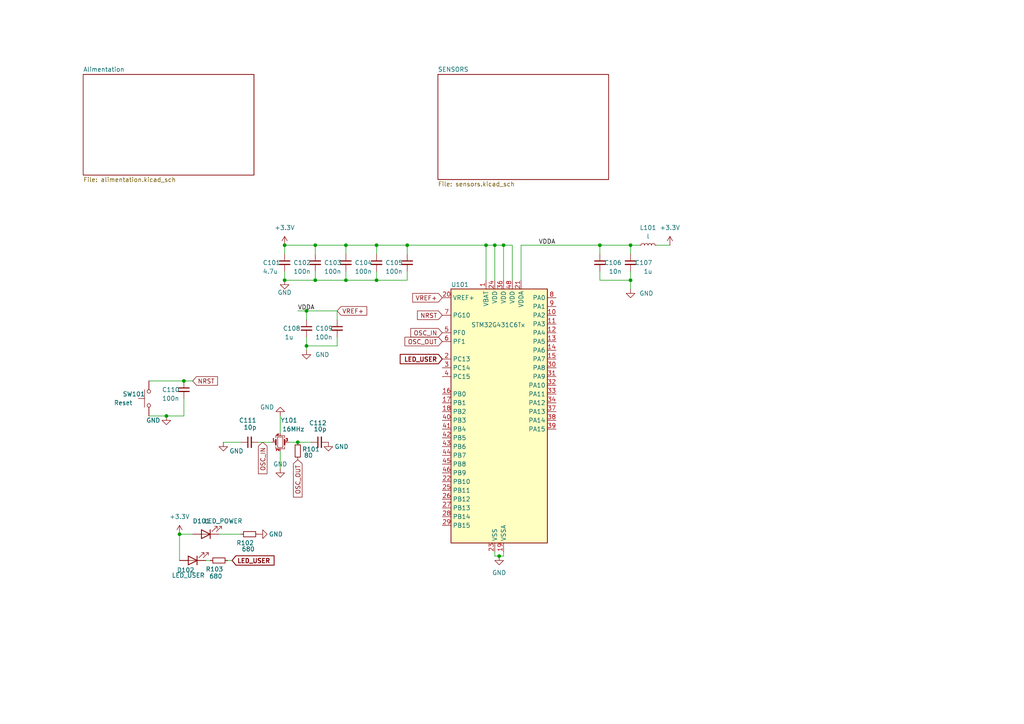
<source format=kicad_sch>
(kicad_sch (version 20231120) (generator "eeschema") (generator_version "8.0")
  (paper "A4")
  (title_block (title "ESE_BAHL") (date "2024-09-17") (rev "v1.09.24") (company "ENSEA"))
  (lib_symbols
    (symbol "Device:C_Small" (pin_numbers hide) (pin_names (offset 0.254) hide)
      (property "Reference" "C" (at 0.254 1.778 0))
      (property "Value" "C_Small" (at 0.254 -2.032 0))
      (symbol "C_Small_0_1"
        (polyline (pts (xy -1.524 -0.508) (xy 1.524 -0.508)) (stroke (width 0.3302)))
        (polyline (pts (xy -1.524 0.508) (xy 1.524 0.508)) (stroke (width 0.3048)))
      )
      (symbol "C_Small_1_1"
        (pin passive line (at 0 2.54 270) (length 2.032) (name "~") (number "1"))
        (pin passive line (at 0 -2.54 90) (length 2.032) (name "~") (number "2"))
      )
    )
    (symbol "Device:Crystal_GND24_Small" (pin_names (offset 1.016) hide)
      (property "Reference" "Y" (at 1.27 4.445 0))
      (property "Value" "Crystal_GND24_Small" (at 1.27 2.54 0))
      (symbol "Crystal_GND24_Small_0_1"
        (rectangle (start -0.762 -1.524) (end 0.762 1.524))
        (polyline (pts (xy -1.27 -0.762) (xy -1.27 0.762)) (stroke (width 0.381)))
        (polyline (pts (xy 1.27 -0.762) (xy 1.27 0.762)) (stroke (width 0.381)))
        (polyline (pts (xy -1.27 -1.27) (xy -1.27 -1.905) (xy 1.27 -1.905) (xy 1.27 -1.27)))
        (polyline (pts (xy -1.27 1.27) (xy -1.27 1.905) (xy 1.27 1.905) (xy 1.27 1.27)))
      )
      (symbol "Crystal_GND24_Small_1_1"
        (pin passive line (at -2.54 0 0) (length 1.27) (name "1") (number "1"))
        (pin passive line (at 0 -2.54 90) (length 0.635) (name "2") (number "2"))
        (pin passive line (at 2.54 0 180) (length 1.27) (name "3") (number "3"))
        (pin passive line (at 0 2.54 270) (length 0.635) (name "4") (number "4"))
      )
    )
    (symbol "Device:LED" (pin_numbers hide) (pin_names (offset 1.016) hide)
      (property "Reference" "D" (at 0 2.54 0))
      (property "Value" "LED" (at 0 -2.54 0))
      (symbol "LED_0_1"
        (polyline (pts (xy -1.27 -1.27) (xy -1.27 1.27)) (stroke (width 0.254)))
        (polyline (pts (xy -1.27 0) (xy 1.27 0)))
        (polyline (pts (xy 1.27 -1.27) (xy 1.27 1.27) (xy -1.27 0) (xy 1.27 -1.27)) (stroke (width 0.254)))
        (polyline (pts (xy -3.048 -0.762) (xy -4.572 -2.286) (xy -3.81 -2.286) (xy -4.572 -2.286) (xy -4.572 -1.524)))
        (polyline (pts (xy -1.778 -0.762) (xy -3.302 -2.286) (xy -2.54 -2.286) (xy -3.302 -2.286) (xy -3.302 -1.524)))
      )
      (symbol "LED_1_1"
        (pin passive line (at -3.81 0 0) (length 2.54) (name "K") (number "1"))
        (pin passive line (at 3.81 0 180) (length 2.54) (name "A") (number "2"))
      )
    )
    (symbol "Device:L_Small" (pin_numbers hide) (pin_names (offset 0.254) hide)
      (property "Reference" "L" (at 0.762 1.016 0))
      (property "Value" "L_Small" (at 0.762 -1.016 0))
      (symbol "L_Small_0_1"
        (arc (start 0 -2.032) (mid 0.5058 -1.524) (end 0 -1.016))
        (arc (start 0 -1.016) (mid 0.5058 -0.508) (end 0 0))
        (arc (start 0 0) (mid 0.5058 0.508) (end 0 1.016))
        (arc (start 0 1.016) (mid 0.5058 1.524) (end 0 2.032))
      )
      (symbol "L_Small_1_1"
        (pin passive line (at 0 2.54 270) (length 0.508) (name "~") (number "1"))
        (pin passive line (at 0 -2.54 90) (length 0.508) (name "~") (number "2"))
      )
    )
    (symbol "Device:R_Small" (pin_numbers hide) (pin_names (offset 0.254) hide)
      (property "Reference" "R" (at 0.762 0.508 0))
      (property "Value" "R_Small" (at 0.762 -1.016 0))
      (symbol "R_Small_0_1"
        (rectangle (start -0.762 1.778) (end 0.762 -1.778) (stroke (width 0.2032)))
      )
      (symbol "R_Small_1_1"
        (pin passive line (at 0 2.54 270) (length 0.762) (name "~") (number "1"))
        (pin passive line (at 0 -2.54 90) (length 0.762) (name "~") (number "2"))
      )
    )
    (symbol "MCU_ST_STM32G4:STM32G431C6Tx"
      (property "Reference" "U" (at -12.7 39.37 0))
      (property "Value" "STM32G431C6Tx" (at 10.16 39.37 0))
      (symbol "STM32G431C6Tx_0_1"
        (rectangle (start -12.7 -35.56) (end 15.24 38.1) (stroke (width 0.254)) (fill (type background)))
      )
      (symbol "STM32G431C6Tx_1_1"
        (pin power_in line (at -2.54 40.64 270) (length 2.54) (name "VBAT") (number "1"))
        (pin bidirectional line (at 17.78 30.48 180) (length 2.54) (name "PA2") (number "10"))
        (pin bidirectional line (at 17.78 27.94 180) (length 2.54) (name "PA3") (number "11"))
        (pin bidirectional line (at 17.78 25.4 180) (length 2.54) (name "PA4") (number "12"))
        (pin bidirectional line (at 17.78 22.86 180) (length 2.54) (name "PA5") (number "13"))
        (pin bidirectional line (at 17.78 20.32 180) (length 2.54) (name "PA6") (number "14"))
        (pin bidirectional line (at 17.78 17.78 180) (length 2.54) (name "PA7") (number "15"))
        (pin bidirectional line (at -15.24 7.62 0) (length 2.54) (name "PB0") (number "16"))
        (pin bidirectional line (at -15.24 5.08 0) (length 2.54) (name "PB1") (number "17"))
        (pin bidirectional line (at -15.24 2.54 0) (length 2.54) (name "PB2") (number "18"))
        (pin power_in line (at 2.54 -38.1 90) (length 2.54) (name "VSSA") (number "19"))
        (pin bidirectional line (at -15.24 17.78 0) (length 2.54) (name "PC13") (number "2"))
        (pin input line (at -15.24 35.56 0) (length 2.54) (name "VREF+") (number "20"))
        (pin power_in line (at 7.62 40.64 270) (length 2.54) (name "VDDA") (number "21"))
        (pin bidirectional line (at -15.24 -17.78 0) (length 2.54) (name "PB10") (number "22"))
        (pin power_in line (at 0 -38.1 90) (length 2.54) (name "VSS") (number "23"))
        (pin power_in line (at 0 40.64 270) (length 2.54) (name "VDD") (number "24"))
        (pin bidirectional line (at -15.24 -20.32 0) (length 2.54) (name "PB11") (number "25"))
        (pin bidirectional line (at -15.24 -22.86 0) (length 2.54) (name "PB12") (number "26"))
        (pin bidirectional line (at -15.24 -25.4 0) (length 2.54) (name "PB13") (number "27"))
        (pin bidirectional line (at -15.24 -27.94 0) (length 2.54) (name "PB14") (number "28"))
        (pin bidirectional line (at -15.24 -30.48 0) (length 2.54) (name "PB15") (number "29"))
        (pin bidirectional line (at -15.24 15.24 0) (length 2.54) (name "PC14") (number "3"))
        (pin bidirectional line (at 17.78 15.24 180) (length 2.54) (name "PA8") (number "30"))
        (pin bidirectional line (at 17.78 12.7 180) (length 2.54) (name "PA9") (number "31"))
        (pin bidirectional line (at 17.78 10.16 180) (length 2.54) (name "PA10") (number "32"))
        (pin bidirectional line (at 17.78 7.62 180) (length 2.54) (name "PA11") (number "33"))
        (pin bidirectional line (at 17.78 5.08 180) (length 2.54) (name "PA12") (number "34"))
        (pin passive line (at 0 -38.1 90) (length 2.54) hide (name "VSS") (number "35"))
        (pin power_in line (at 2.54 40.64 270) (length 2.54) (name "VDD") (number "36"))
        (pin bidirectional line (at 17.78 2.54 180) (length 2.54) (name "PA13") (number "37"))
        (pin bidirectional line (at 17.78 0 180) (length 2.54) (name "PA14") (number "38"))
        (pin bidirectional line (at 17.78 -2.54 180) (length 2.54) (name "PA15") (number "39"))
        (pin bidirectional line (at -15.24 12.7 0) (length 2.54) (name "PC15") (number "4"))
        (pin bidirectional line (at -15.24 0 0) (length 2.54) (name "PB3") (number "40"))
        (pin bidirectional line (at -15.24 -2.54 0) (length 2.54) (name "PB4") (number "41"))
        (pin bidirectional line (at -15.24 -5.08 0) (length 2.54) (name "PB5") (number "42"))
        (pin bidirectional line (at -15.24 -7.62 0) (length 2.54) (name "PB6") (number "43"))
        (pin bidirectional line (at -15.24 -10.16 0) (length 2.54) (name "PB7") (number "44"))
        (pin bidirectional line (at -15.24 -12.7 0) (length 2.54) (name "PB8") (number "45"))
        (pin bidirectional line (at -15.24 -15.24 0) (length 2.54) (name "PB9") (number "46"))
        (pin passive line (at 0 -38.1 90) (length 2.54) hide (name "VSS") (number "47"))
        (pin power_in line (at 5.08 40.64 270) (length 2.54) (name "VDD") (number "48"))
        (pin bidirectional line (at -15.24 25.4 0) (length 2.54) (name "PF0") (number "5"))
        (pin bidirectional line (at -15.24 22.86 0) (length 2.54) (name "PF1") (number "6"))
        (pin bidirectional line (at -15.24 30.48 0) (length 2.54) (name "PG10") (number "7"))
        (pin bidirectional line (at 17.78 35.56 180) (length 2.54) (name "PA0") (number "8"))
        (pin bidirectional line (at 17.78 33.02 180) (length 2.54) (name "PA1") (number "9"))
      )
    )
    (symbol "Switch:SW_Push" (pin_numbers hide) (pin_names (offset 1.016) hide)
      (property "Reference" "SW" (at 1.27 2.54 0))
      (property "Value" "SW_Push" (at 0 -1.524 0))
      (symbol "SW_Push_0_1"
        (circle (center -2.032 0) (radius 0.508))
        (polyline (pts (xy 0 1.27) (xy 0 3.048)))
        (polyline (pts (xy 2.54 1.27) (xy -2.54 1.27)))
        (circle (center 2.032 0) (radius 0.508))
        (pin passive line (at -5.08 0 0) (length 2.54) (name "1") (number "1"))
        (pin passive line (at 5.08 0 180) (length 2.54) (name "2") (number "2"))
      )
    )
    (symbol "power:+3.3V" (power) (pin_names (offset 0))
      (property "Value" "+3.3V" (at 0 3.556 0))
      (symbol "+3.3V_0_1"
        (polyline (pts (xy -0.762 1.27) (xy 0 2.54)))
        (polyline (pts (xy 0 0) (xy 0 2.54)))
        (polyline (pts (xy 0 2.54) (xy 0.762 1.27)))
      )
      (symbol "+3.3V_1_1"
        (pin power_in line (at 0 0 90) (length 0) hide (name "+3.3V") (number "1"))
      )
    )
    (symbol "power:GND" (power) (pin_names (offset 0))
      (property "Value" "GND" (at 0 -3.81 0))
      (symbol "GND_0_1"
        (polyline (pts (xy 0 0) (xy 0 -1.27) (xy 1.27 -1.27) (xy 0 -2.54) (xy -1.27 -1.27) (xy 0 -1.27)))
      )
      (symbol "GND_1_1"
        (pin power_in line (at 0 0 270) (length 0) hide (name "GND") (number "1"))
      )
    )
  )
  (junction (at 53.34 110.49))
  (junction (at 118.11 71.12))
  (junction (at 100.33 71.12))
  (junction (at 91.44 81.28))
  (junction (at 143.51 71.12))
  (junction (at 88.9 90.17))
  (junction (at 88.9 100.33))
  (junction (at 91.44 71.12))
  (junction (at 52.07 154.94))
  (junction (at 100.33 81.28))
  (junction (at 86.36 128.27))
  (junction (at 82.55 71.12))
  (junction (at 109.22 81.28))
  (junction (at 82.55 81.28))
  (junction (at 109.22 71.12))
  (junction (at 182.88 81.28))
  (junction (at 144.78 161.29))
  (junction (at 182.88 71.12))
  (junction (at 173.99 71.12))
  (junction (at 140.97 71.12))
  (junction (at 146.05 71.12))
  (junction (at 48.26 120.65))
  (wire (pts (xy 182.88 81.28) (xy 173.99 81.28)))
  (wire (pts (xy 91.44 71.12) (xy 100.33 71.12)))
  (wire (pts (xy 91.44 81.28) (xy 100.33 81.28)))
  (wire (pts (xy 148.59 81.28) (xy 148.59 71.12)))
  (wire (pts (xy 146.05 161.29) (xy 144.78 161.29)))
  (wire (pts (xy 146.05 160.02) (xy 146.05 161.29)))
  (wire (pts (xy 88.9 90.17) (xy 97.79 90.17)))
  (wire (pts (xy 88.9 90.17) (xy 88.9 92.71)))
  (wire (pts (xy 118.11 73.66) (xy 118.11 71.12)))
  (wire (pts (xy 182.88 71.12) (xy 182.88 73.66)))
  (wire (pts (xy 52.07 154.94) (xy 55.88 154.94)))
  (wire (pts (xy 182.88 81.28) (xy 182.88 78.74)))
  (wire (pts (xy 109.22 71.12) (xy 118.11 71.12)))
  (wire (pts (xy 118.11 78.74) (xy 118.11 81.28)))
  (wire (pts (xy 81.28 135.89) (xy 81.28 130.81)))
  (wire (pts (xy 146.05 71.12) (xy 146.05 81.28)))
  (wire (pts (xy 59.69 162.56) (xy 60.96 162.56)))
  (wire (pts (xy 190.5 71.12) (xy 194.31 71.12)))
  (wire (pts (xy 97.79 97.79) (xy 97.79 100.33)))
  (wire (pts (xy 140.97 71.12) (xy 140.97 81.28)))
  (wire (pts (xy 143.51 71.12) (xy 140.97 71.12)))
  (wire (pts (xy 143.51 160.02) (xy 143.51 161.29)))
  (wire (pts (xy 100.33 81.28) (xy 109.22 81.28)))
  (wire (pts (xy 91.44 78.74) (xy 91.44 81.28)))
  (wire (pts (xy 140.97 71.12) (xy 118.11 71.12)))
  (wire (pts (xy 86.36 128.27) (xy 90.17 128.27)))
  (wire (pts (xy 143.51 161.29) (xy 144.78 161.29)))
  (wire (pts (xy 48.26 120.65) (xy 53.34 120.65)))
  (wire (pts (xy 82.55 81.28) (xy 91.44 81.28)))
  (wire (pts (xy 109.22 78.74) (xy 109.22 81.28)))
  (wire (pts (xy 53.34 120.65) (xy 53.34 115.57)))
  (wire (pts (xy 64.77 128.27) (xy 69.85 128.27)))
  (wire (pts (xy 173.99 73.66) (xy 173.99 71.12)))
  (wire (pts (xy 66.04 162.56) (xy 67.31 162.56)))
  (wire (pts (xy 91.44 73.66) (xy 91.44 71.12)))
  (wire (pts (xy 151.13 81.28) (xy 151.13 71.12)))
  (wire (pts (xy 151.13 71.12) (xy 173.99 71.12)))
  (wire (pts (xy 109.22 81.28) (xy 118.11 81.28)))
  (wire (pts (xy 53.34 110.49) (xy 55.88 110.49)))
  (wire (pts (xy 52.07 162.56) (xy 52.07 154.94)))
  (wire (pts (xy 81.28 120.65) (xy 81.28 125.73)))
  (wire (pts (xy 83.82 128.27) (xy 86.36 128.27)))
  (wire (pts (xy 88.9 100.33) (xy 97.79 100.33)))
  (wire (pts (xy 43.18 110.49) (xy 53.34 110.49)))
  (wire (pts (xy 109.22 71.12) (xy 109.22 73.66)))
  (wire (pts (xy 173.99 78.74) (xy 173.99 81.28)))
  (wire (pts (xy 82.55 71.12) (xy 91.44 71.12)))
  (wire (pts (xy 143.51 71.12) (xy 143.51 81.28)))
  (wire (pts (xy 97.79 92.71) (xy 97.79 90.17)))
  (wire (pts (xy 88.9 101.6) (xy 88.9 100.33)))
  (wire (pts (xy 182.88 71.12) (xy 185.42 71.12)))
  (wire (pts (xy 63.5 154.94) (xy 69.85 154.94)))
  (wire (pts (xy 100.33 78.74) (xy 100.33 81.28)))
  (wire (pts (xy 182.88 83.82) (xy 182.88 81.28)))
  (wire (pts (xy 43.18 120.65) (xy 48.26 120.65)))
  (wire (pts (xy 88.9 100.33) (xy 88.9 97.79)))
  (wire (pts (xy 74.93 128.27) (xy 78.74 128.27)))
  (wire (pts (xy 82.55 71.12) (xy 82.55 73.66)))
  (wire (pts (xy 86.36 90.17) (xy 88.9 90.17)))
  (wire (pts (xy 82.55 81.28) (xy 82.55 78.74)))
  (wire (pts (xy 146.05 71.12) (xy 143.51 71.12)))
  (wire (pts (xy 182.88 71.12) (xy 173.99 71.12)))
  (wire (pts (xy 148.59 71.12) (xy 146.05 71.12)))
  (wire (pts (xy 100.33 71.12) (xy 100.33 73.66)))
  (wire (pts (xy 100.33 71.12) (xy 109.22 71.12)))
  (label "VDDA" (at 86.36 90.17 0))
  (label "VDDA" (at 156.21 71.12 0))
  (global_label "OSC_OUT" (shape input) (at 86.36 133.35 270) (property "Intersheetrefs" "${INTERSHEET_REFS}" (effects (hide yes))))
  (global_label "VREF+" (shape input) (at 128.27 86.36 180) (property "Intersheetrefs" "${INTERSHEET_REFS}" (effects (hide yes))))
  (global_label "OSC_OUT" (shape input) (at 128.27 99.06 180) (property "Intersheetrefs" "${INTERSHEET_REFS}" (effects (hide yes))))
  (global_label "OSC_IN" (shape input) (at 128.27 96.52 180) (property "Intersheetrefs" "${INTERSHEET_REFS}" (effects (hide yes))))
  (global_label "NRST" (shape input) (at 128.27 91.44 180) (property "Intersheetrefs" "${INTERSHEET_REFS}" (effects (hide yes))))
  (global_label "LED_USER" (shape input) (at 128.27 104.14 180) (effects (font (bold yes))) (property "Intersheetrefs" "${INTERSHEET_REFS}" (effects (hide yes))))
  (global_label "VREF+" (shape input) (at 97.79 90.17 0) (property "Intersheetrefs" "${INTERSHEET_REFS}" (effects (hide yes))))
  (global_label "NRST" (shape input) (at 55.88 110.49 0) (property "Intersheetrefs" "${INTERSHEET_REFS}" (effects (hide yes))))
  (global_label "LED_USER" (shape input) (at 67.31 162.56 0) (effects (font (bold yes))) (property "Intersheetrefs" "${INTERSHEET_REFS}" (effects (hide yes))))
  (global_label "OSC_IN" (shape input) (at 76.2 128.27 270) (property "Intersheetrefs" "${INTERSHEET_REFS}" (effects (hide yes))))
  (symbol (lib_id "power:GND") (at 95.25 128.27 0) (unit 1)
    (property "Reference" "#PWR0109" (effects (hide yes)))
    (property "Value" "GND" (at 99.06 129.54 0))
  )
  (symbol (lib_id "MCU_ST_STM32G4:STM32G431C6Tx") (at 143.51 121.92 0) (unit 1)
    (property "Reference" "U101" (at 130.81 82.55 0) (effects (justify left)))
    (property "Value" "STM32G431C6Tx" (at 136.652 94.234 0) (effects (justify left)))
    (property "Footprint" "Package_QFP:LQFP-48_7x7mm_P0.5mm" (effects (hide yes)))
    (property "Datasheet" "https://www.st.com/resource/en/datasheet/stm32g431c6.pdf" (effects (hide yes)))
  )
  (symbol (lib_id "Device:C_Small") (at 88.9 95.25 0) (unit 1)
    (property "Reference" "C108" (at 82.042 95.25 0) (effects (justify left)))
    (property "Value" "1u" (at 82.55 97.79 0) (effects (justify left)))
    (property "Footprint" "Capacitor_SMD:C_0603_1608Metric_Pad1.08x0.95mm_HandSolder" (effects (hide yes)))
  )
  (symbol (lib_id "power:GND") (at 81.28 120.65 180) (unit 1)
    (property "Reference" "#PWR0107" (effects (hide yes)))
    (property "Value" "GND" (at 77.47 118.11 0))
  )
  (symbol (lib_id "power:GND") (at 48.26 120.65 0) (unit 1)
    (property "Reference" "#PWR0106" (effects (hide yes)))
    (property "Value" "GND" (at 44.45 121.92 0))
  )
  (symbol (lib_id "Device:C_Small") (at 182.88 76.2 0) (mirror y) (unit 1)
    (property "Reference" "C107" (at 189.23 76.2 0) (effects (justify left)))
    (property "Value" "1u" (at 189.23 78.74 0) (effects (justify left)))
    (property "Footprint" "Capacitor_SMD:C_0603_1608Metric_Pad1.08x0.95mm_HandSolder" (effects (hide yes)))
  )
  (symbol (lib_id "Device:C_Small") (at 82.55 76.2 0) (unit 1)
    (property "Reference" "C101" (at 76.2 76.2 0) (effects (justify left)))
    (property "Value" "4.7u" (at 76.2 78.74 0) (effects (justify left)))
    (property "Footprint" "Capacitor_SMD:C_0603_1608Metric_Pad1.08x0.95mm_HandSolder" (effects (hide yes)))
  )
  (symbol (lib_id "Device:C_Small") (at 92.71 128.27 90) (unit 1)
    (property "Reference" "C112" (at 94.742 122.682 90) (effects (justify left)))
    (property "Value" "10p" (at 94.742 124.46 90) (effects (justify left)))
    (property "Footprint" "Capacitor_SMD:C_0603_1608Metric_Pad1.08x0.95mm_HandSolder" (effects (hide yes)))
  )
  (symbol (lib_id "power:GND") (at 88.9 101.6 0) (unit 1)
    (property "Reference" "#PWR0105" (effects (hide yes)))
    (property "Value" "GND" (at 91.44 102.8699 0) (effects (justify left)))
  )
  (symbol (lib_id "Device:C_Small") (at 53.34 113.03 0) (unit 1)
    (property "Reference" "C110" (at 46.99 113.03 0) (effects (justify left)))
    (property "Value" "100n" (at 46.99 115.57 0) (effects (justify left)))
    (property "Footprint" "Capacitor_SMD:C_0603_1608Metric_Pad1.08x0.95mm_HandSolder" (effects (hide yes)))
  )
  (symbol (lib_id "Device:C_Small") (at 100.33 76.2 0) (unit 1)
    (property "Reference" "C103" (at 93.98 76.2 0) (effects (justify left)))
    (property "Value" "100n" (at 93.98 78.74 0) (effects (justify left)))
    (property "Footprint" "Capacitor_SMD:C_0603_1608Metric_Pad1.08x0.95mm_HandSolder" (effects (hide yes)))
  )
  (symbol (lib_id "Device:R_Small") (at 86.36 130.81 0) (unit 1)
    (property "Reference" "R101" (at 87.63 130.302 0) (effects (justify left)))
    (property "Value" "80" (at 88.138 132.08 0) (effects (justify left)))
    (property "Footprint" "Resistor_SMD:R_0603_1608Metric_Pad0.98x0.95mm_HandSolder" (effects (hide yes)))
  )
  (symbol (lib_id "Device:C_Small") (at 91.44 76.2 0) (unit 1)
    (property "Reference" "C102" (at 85.09 76.2 0) (effects (justify left)))
    (property "Value" "100n" (at 85.09 78.74 0) (effects (justify left)))
    (property "Footprint" "Capacitor_SMD:C_0603_1608Metric_Pad1.08x0.95mm_HandSolder" (effects (hide yes)))
  )
  (symbol (lib_id "power:GND") (at 182.88 83.82 0) (mirror y) (unit 1)
    (property "Reference" "#PWR0104" (effects (hide yes)))
    (property "Value" "GND" (at 185.42 85.0899 0) (effects (justify right)))
  )
  (symbol (lib_id "Device:C_Small") (at 109.22 76.2 0) (unit 1)
    (property "Reference" "C104" (at 102.87 76.2 0) (effects (justify left)))
    (property "Value" "100n" (at 102.87 78.74 0) (effects (justify left)))
    (property "Footprint" "Capacitor_SMD:C_0603_1608Metric_Pad1.08x0.95mm_HandSolder" (effects (hide yes)))
  )
  (symbol (lib_id "Device:C_Small") (at 118.11 76.2 0) (unit 1)
    (property "Reference" "C105" (at 111.76 76.2 0) (effects (justify left)))
    (property "Value" "100n" (at 111.76 78.74 0) (effects (justify left)))
    (property "Footprint" "Capacitor_SMD:C_0603_1608Metric_Pad1.08x0.95mm_HandSolder" (effects (hide yes)))
  )
  (symbol (lib_id "power:+3.3V") (at 82.55 71.12 0) (unit 1)
    (property "Reference" "#PWR0101" (effects (hide yes)))
    (property "Value" "+3.3V" (at 82.55 66.04 0))
  )
  (symbol (lib_id "Device:C_Small") (at 72.39 128.27 90) (unit 1)
    (property "Reference" "C111" (at 74.422 121.92 90) (effects (justify left)))
    (property "Value" "10p" (at 74.422 123.952 90) (effects (justify left)))
    (property "Footprint" "Capacitor_SMD:C_0603_1608Metric_Pad1.08x0.95mm_HandSolder" (effects (hide yes)))
  )
  (symbol (lib_id "power:GND") (at 144.78 161.29 0) (unit 1)
    (property "Reference" "#PWR0113" (effects (hide yes)))
    (property "Value" "GND" (at 144.78 166.116 0))
  )
  (symbol (lib_id "Device:C_Small") (at 97.79 95.25 0) (unit 1)
    (property "Reference" "C109" (at 91.44 95.25 0) (effects (justify left)))
    (property "Value" "100n" (at 91.44 97.79 0) (effects (justify left)))
    (property "Footprint" "Capacitor_SMD:C_0603_1608Metric_Pad1.08x0.95mm_HandSolder" (effects (hide yes)))
  )
  (symbol (lib_id "Device:LED") (at 59.69 154.94 180) (unit 1)
    (property "Reference" "D101" (at 58.42 151.13 0))
    (property "Value" "LED_POWER" (at 64.77 151.13 0))
    (property "Footprint" "LED_SMD:LED_0603_1608Metric_Pad1.05x0.95mm_HandSolder" (effects (hide yes)))
  )
  (symbol (lib_id "power:GND") (at 81.28 135.89 0) (unit 1)
    (property "Reference" "#PWR0110" (effects (hide yes)))
    (property "Value" "GND" (at 81.28 134.62 0))
  )
  (symbol (lib_id "Device:C_Small") (at 173.99 76.2 0) (mirror y) (unit 1)
    (property "Reference" "C106" (at 180.34 76.2 0) (effects (justify left)))
    (property "Value" "10n" (at 180.34 78.74 0) (effects (justify left)))
    (property "Footprint" "Capacitor_SMD:C_0603_1608Metric_Pad1.08x0.95mm_HandSolder" (effects (hide yes)))
  )
  (symbol (lib_id "power:GND") (at 74.93 154.94 90) (unit 1)
    (property "Reference" "#PWR0112" (effects (hide yes)))
    (property "Value" "GND" (at 80.01 154.94 90))
  )
  (symbol (lib_id "power:GND") (at 64.77 128.27 0) (unit 1)
    (property "Reference" "#PWR0108" (effects (hide yes)))
    (property "Value" "GND" (at 68.58 130.81 0))
  )
  (symbol (lib_id "Switch:SW_Push") (at 43.18 115.57 90) (unit 1)
    (property "Reference" "SW101" (at 35.56 114.3 90) (effects (justify right)))
    (property "Value" "Reset" (at 33.02 116.84 90) (effects (justify right)))
    (property "Footprint" "Button_Switch_THT:SW_PUSH_6mm_H4.3mm" (effects (hide yes)))
  )
  (symbol (lib_id "power:+3.3V") (at 52.07 154.94 0) (unit 1)
    (property "Reference" "#PWR0111" (effects (hide yes)))
    (property "Value" "+3.3V" (at 52.07 149.86 0))
  )
  (symbol (lib_id "Device:R_Small") (at 72.39 154.94 90) (unit 1)
    (property "Reference" "R102" (at 73.66 157.48 90) (effects (justify left)))
    (property "Value" "680" (at 73.914 159.258 90) (effects (justify left)))
    (property "Footprint" "Resistor_SMD:R_0603_1608Metric_Pad0.98x0.95mm_HandSolder" (effects (hide yes)))
  )
  (symbol (lib_id "power:GND") (at 82.55 81.28 0) (unit 1)
    (property "Reference" "#PWR0103" (effects (hide yes)))
    (property "Value" "GND" (at 82.55 84.836 0))
  )
  (symbol (lib_id "Device:Crystal_GND24_Small") (at 81.28 128.27 0) (unit 1)
    (property "Reference" "Y101" (at 83.82 121.92 0))
    (property "Value" "16MHz" (at 85.09 124.46 0))
    (property "Footprint" "Crystal:Crystal_SMD_3225-4Pin_3.2x2.5mm" (effects (hide yes)))
  )
  (symbol (lib_id "Device:LED") (at 55.88 162.56 180) (unit 1)
    (property "Reference" "D102" (at 53.848 165.354 0))
    (property "Value" "LED_USER" (at 54.61 166.878 0))
    (property "Footprint" "LED_SMD:LED_0603_1608Metric_Pad1.05x0.95mm_HandSolder" (effects (hide yes)))
  )
  (symbol (lib_id "Device:L_Small") (at 187.96 71.12 90) (unit 1)
    (property "Reference" "L101" (at 187.96 66.04 90))
    (property "Value" "l" (at 187.96 68.58 90))
    (property "Footprint" "Inductor_SMD:L_0603_1608Metric_Pad1.05x0.95mm_HandSolder" (effects (hide yes)))
    (property "Description" "Inductor, small symbol" (effects (hide yes)))
  )
  (symbol (lib_id "Device:R_Small") (at 63.5 162.56 90) (unit 1)
    (property "Reference" "R103" (at 64.77 165.1 90) (effects (justify left)))
    (property "Value" "680" (at 64.516 167.132 90) (effects (justify left)))
    (property "Footprint" "Resistor_SMD:R_0603_1608Metric_Pad0.98x0.95mm_HandSolder" (effects (hide yes)))
  )
  (symbol (lib_id "power:+3.3V") (at 194.31 71.12 0) (mirror y) (unit 1)
    (property "Reference" "#PWR0102" (effects (hide yes)))
    (property "Value" "+3.3V" (at 194.31 66.04 0))
  )
  (sheet (at 127 21.59) (size 49.53 30.48) (stroke (width 0.1524))
    (property "Sheetname" "SENSORS" (at 127 20.8784 0) (effects (justify left bottom)))
    (property "Sheetfile" "sensors.kicad_sch" (at 127 52.6546 0) (effects (justify left top)))
  )
  (sheet (at 24.13 21.59) (size 49.53 29.21) (stroke (width 0.1524))
    (property "Sheetname" "Alimentation" (at 24.13 20.8784 0) (effects (justify left bottom)))
    (property "Sheetfile" "alimentation.kicad_sch" (at 24.13 51.3846 0) (effects (justify left top)))
  )
)
</source>
